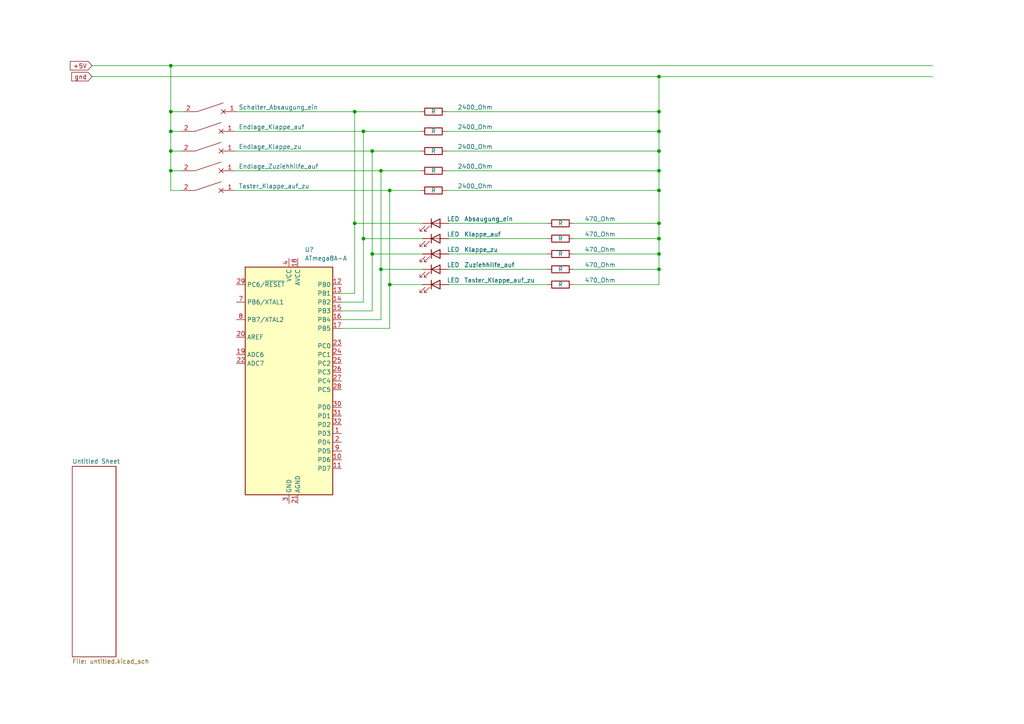
<source format=kicad_sch>
(kicad_sch (version 20211123) (generator eeschema)

  (uuid 2e3c46d2-849b-4cf9-a6d0-7bd20624fd9b)

  (paper "A4")

  (lib_symbols
    (symbol "Device:CircuitBreaker_1P" (in_bom yes) (on_board yes)
      (property "Reference" "CB" (id 0) (at 1.905 0 0)
        (effects (font (size 1.27 1.27)) (justify left))
      )
      (property "Value" "CircuitBreaker_1P" (id 1) (at 1.905 1.905 0)
        (effects (font (size 1.27 1.27)) (justify left))
      )
      (property "Footprint" "" (id 2) (at 0 0 0)
        (effects (font (size 1.27 1.27)) hide)
      )
      (property "Datasheet" "~" (id 3) (at 0 0 0)
        (effects (font (size 1.27 1.27)) hide)
      )
      (property "ki_keywords" "CB" (id 4) (at 0 0 0)
        (effects (font (size 1.27 1.27)) hide)
      )
      (property "ki_description" "Single pole circuit breaker" (id 5) (at 0 0 0)
        (effects (font (size 1.27 1.27)) hide)
      )
      (symbol "CircuitBreaker_1P_0_1"
        (polyline
          (pts
            (xy 0 -5.08)
            (xy 0 -3.81)
          )
          (stroke (width 0) (type default) (color 0 0 0 0))
          (fill (type none))
        )
        (polyline
          (pts
            (xy 0 -3.81)
            (xy -2.54 3.81)
          )
          (stroke (width 0) (type default) (color 0 0 0 0))
          (fill (type none))
        )
      )
      (symbol "CircuitBreaker_1P_1_1"
        (polyline
          (pts
            (xy -0.635 4.445)
            (xy 0.635 3.175)
          )
          (stroke (width 0) (type default) (color 0 0 0 0))
          (fill (type none))
        )
        (polyline
          (pts
            (xy 0 5.08)
            (xy 0 3.81)
          )
          (stroke (width 0) (type default) (color 0 0 0 0))
          (fill (type none))
        )
        (polyline
          (pts
            (xy 0.635 4.445)
            (xy -0.635 3.175)
          )
          (stroke (width 0) (type default) (color 0 0 0 0))
          (fill (type none))
        )
        (pin passive line (at 0 7.62 270) (length 2.54)
          (name "~" (effects (font (size 1.27 1.27))))
          (number "1" (effects (font (size 1.27 1.27))))
        )
        (pin passive line (at 0 -7.62 90) (length 2.54)
          (name "~" (effects (font (size 1.27 1.27))))
          (number "2" (effects (font (size 1.27 1.27))))
        )
      )
    )
    (symbol "Device:LED" (pin_numbers hide) (pin_names (offset 1.016) hide) (in_bom yes) (on_board yes)
      (property "Reference" "D" (id 0) (at 0 2.54 0)
        (effects (font (size 1.27 1.27)))
      )
      (property "Value" "LED" (id 1) (at 0 -2.54 0)
        (effects (font (size 1.27 1.27)))
      )
      (property "Footprint" "" (id 2) (at 0 0 0)
        (effects (font (size 1.27 1.27)) hide)
      )
      (property "Datasheet" "~" (id 3) (at 0 0 0)
        (effects (font (size 1.27 1.27)) hide)
      )
      (property "ki_keywords" "LED diode" (id 4) (at 0 0 0)
        (effects (font (size 1.27 1.27)) hide)
      )
      (property "ki_description" "Light emitting diode" (id 5) (at 0 0 0)
        (effects (font (size 1.27 1.27)) hide)
      )
      (property "ki_fp_filters" "LED* LED_SMD:* LED_THT:*" (id 6) (at 0 0 0)
        (effects (font (size 1.27 1.27)) hide)
      )
      (symbol "LED_0_1"
        (polyline
          (pts
            (xy -1.27 -1.27)
            (xy -1.27 1.27)
          )
          (stroke (width 0.254) (type default) (color 0 0 0 0))
          (fill (type none))
        )
        (polyline
          (pts
            (xy -1.27 0)
            (xy 1.27 0)
          )
          (stroke (width 0) (type default) (color 0 0 0 0))
          (fill (type none))
        )
        (polyline
          (pts
            (xy 1.27 -1.27)
            (xy 1.27 1.27)
            (xy -1.27 0)
            (xy 1.27 -1.27)
          )
          (stroke (width 0.254) (type default) (color 0 0 0 0))
          (fill (type none))
        )
        (polyline
          (pts
            (xy -3.048 -0.762)
            (xy -4.572 -2.286)
            (xy -3.81 -2.286)
            (xy -4.572 -2.286)
            (xy -4.572 -1.524)
          )
          (stroke (width 0) (type default) (color 0 0 0 0))
          (fill (type none))
        )
        (polyline
          (pts
            (xy -1.778 -0.762)
            (xy -3.302 -2.286)
            (xy -2.54 -2.286)
            (xy -3.302 -2.286)
            (xy -3.302 -1.524)
          )
          (stroke (width 0) (type default) (color 0 0 0 0))
          (fill (type none))
        )
      )
      (symbol "LED_1_1"
        (pin passive line (at -3.81 0 0) (length 2.54)
          (name "K" (effects (font (size 1.27 1.27))))
          (number "1" (effects (font (size 1.27 1.27))))
        )
        (pin passive line (at 3.81 0 180) (length 2.54)
          (name "A" (effects (font (size 1.27 1.27))))
          (number "2" (effects (font (size 1.27 1.27))))
        )
      )
    )
    (symbol "Device:R" (pin_numbers hide) (pin_names (offset 0)) (in_bom yes) (on_board yes)
      (property "Reference" "R" (id 0) (at 2.032 0 90)
        (effects (font (size 1.27 1.27)))
      )
      (property "Value" "R" (id 1) (at 0 0 90)
        (effects (font (size 1.27 1.27)))
      )
      (property "Footprint" "" (id 2) (at -1.778 0 90)
        (effects (font (size 1.27 1.27)) hide)
      )
      (property "Datasheet" "~" (id 3) (at 0 0 0)
        (effects (font (size 1.27 1.27)) hide)
      )
      (property "ki_keywords" "R res resistor" (id 4) (at 0 0 0)
        (effects (font (size 1.27 1.27)) hide)
      )
      (property "ki_description" "Resistor" (id 5) (at 0 0 0)
        (effects (font (size 1.27 1.27)) hide)
      )
      (property "ki_fp_filters" "R_*" (id 6) (at 0 0 0)
        (effects (font (size 1.27 1.27)) hide)
      )
      (symbol "R_0_1"
        (rectangle (start -1.016 -2.54) (end 1.016 2.54)
          (stroke (width 0.254) (type default) (color 0 0 0 0))
          (fill (type none))
        )
      )
      (symbol "R_1_1"
        (pin passive line (at 0 3.81 270) (length 1.27)
          (name "~" (effects (font (size 1.27 1.27))))
          (number "1" (effects (font (size 1.27 1.27))))
        )
        (pin passive line (at 0 -3.81 90) (length 1.27)
          (name "~" (effects (font (size 1.27 1.27))))
          (number "2" (effects (font (size 1.27 1.27))))
        )
      )
    )
    (symbol "MCU_Microchip_ATmega:ATmega8A-A" (in_bom yes) (on_board yes)
      (property "Reference" "U" (id 0) (at -12.7 34.29 0)
        (effects (font (size 1.27 1.27)) (justify left bottom))
      )
      (property "Value" "ATmega8A-A" (id 1) (at 5.08 -34.29 0)
        (effects (font (size 1.27 1.27)) (justify left top))
      )
      (property "Footprint" "Package_QFP:TQFP-32_7x7mm_P0.8mm" (id 2) (at 0 0 0)
        (effects (font (size 1.27 1.27) italic) hide)
      )
      (property "Datasheet" "http://ww1.microchip.com/downloads/en/DeviceDoc/Microchip%208bit%20mcu%20AVR%20ATmega8A%20data%20sheet%2040001974A.pdf" (id 3) (at 0 0 0)
        (effects (font (size 1.27 1.27)) hide)
      )
      (property "ki_keywords" "AVR 8bit Microcontroller MegaAVR" (id 4) (at 0 0 0)
        (effects (font (size 1.27 1.27)) hide)
      )
      (property "ki_description" "16MHz, 8kB Flash, 1kB SRAM, 512B EEPROM, TQFP-32" (id 5) (at 0 0 0)
        (effects (font (size 1.27 1.27)) hide)
      )
      (property "ki_fp_filters" "TQFP*7x7mm*P0.8mm*" (id 6) (at 0 0 0)
        (effects (font (size 1.27 1.27)) hide)
      )
      (symbol "ATmega8A-A_0_1"
        (rectangle (start -12.7 -33.02) (end 12.7 33.02)
          (stroke (width 0.254) (type default) (color 0 0 0 0))
          (fill (type background))
        )
      )
      (symbol "ATmega8A-A_1_1"
        (pin bidirectional line (at 15.24 -15.24 180) (length 2.54)
          (name "PD3" (effects (font (size 1.27 1.27))))
          (number "1" (effects (font (size 1.27 1.27))))
        )
        (pin bidirectional line (at 15.24 -22.86 180) (length 2.54)
          (name "PD6" (effects (font (size 1.27 1.27))))
          (number "10" (effects (font (size 1.27 1.27))))
        )
        (pin bidirectional line (at 15.24 -25.4 180) (length 2.54)
          (name "PD7" (effects (font (size 1.27 1.27))))
          (number "11" (effects (font (size 1.27 1.27))))
        )
        (pin bidirectional line (at 15.24 27.94 180) (length 2.54)
          (name "PB0" (effects (font (size 1.27 1.27))))
          (number "12" (effects (font (size 1.27 1.27))))
        )
        (pin bidirectional line (at 15.24 25.4 180) (length 2.54)
          (name "PB1" (effects (font (size 1.27 1.27))))
          (number "13" (effects (font (size 1.27 1.27))))
        )
        (pin bidirectional line (at 15.24 22.86 180) (length 2.54)
          (name "PB2" (effects (font (size 1.27 1.27))))
          (number "14" (effects (font (size 1.27 1.27))))
        )
        (pin bidirectional line (at 15.24 20.32 180) (length 2.54)
          (name "PB3" (effects (font (size 1.27 1.27))))
          (number "15" (effects (font (size 1.27 1.27))))
        )
        (pin bidirectional line (at 15.24 17.78 180) (length 2.54)
          (name "PB4" (effects (font (size 1.27 1.27))))
          (number "16" (effects (font (size 1.27 1.27))))
        )
        (pin bidirectional line (at 15.24 15.24 180) (length 2.54)
          (name "PB5" (effects (font (size 1.27 1.27))))
          (number "17" (effects (font (size 1.27 1.27))))
        )
        (pin power_in line (at 2.54 35.56 270) (length 2.54)
          (name "AVCC" (effects (font (size 1.27 1.27))))
          (number "18" (effects (font (size 1.27 1.27))))
        )
        (pin input line (at -15.24 7.62 0) (length 2.54)
          (name "ADC6" (effects (font (size 1.27 1.27))))
          (number "19" (effects (font (size 1.27 1.27))))
        )
        (pin bidirectional line (at 15.24 -17.78 180) (length 2.54)
          (name "PD4" (effects (font (size 1.27 1.27))))
          (number "2" (effects (font (size 1.27 1.27))))
        )
        (pin passive line (at -15.24 12.7 0) (length 2.54)
          (name "AREF" (effects (font (size 1.27 1.27))))
          (number "20" (effects (font (size 1.27 1.27))))
        )
        (pin power_in line (at 2.54 -35.56 90) (length 2.54)
          (name "AGND" (effects (font (size 1.27 1.27))))
          (number "21" (effects (font (size 1.27 1.27))))
        )
        (pin input line (at -15.24 5.08 0) (length 2.54)
          (name "ADC7" (effects (font (size 1.27 1.27))))
          (number "22" (effects (font (size 1.27 1.27))))
        )
        (pin bidirectional line (at 15.24 10.16 180) (length 2.54)
          (name "PC0" (effects (font (size 1.27 1.27))))
          (number "23" (effects (font (size 1.27 1.27))))
        )
        (pin bidirectional line (at 15.24 7.62 180) (length 2.54)
          (name "PC1" (effects (font (size 1.27 1.27))))
          (number "24" (effects (font (size 1.27 1.27))))
        )
        (pin bidirectional line (at 15.24 5.08 180) (length 2.54)
          (name "PC2" (effects (font (size 1.27 1.27))))
          (number "25" (effects (font (size 1.27 1.27))))
        )
        (pin bidirectional line (at 15.24 2.54 180) (length 2.54)
          (name "PC3" (effects (font (size 1.27 1.27))))
          (number "26" (effects (font (size 1.27 1.27))))
        )
        (pin bidirectional line (at 15.24 0 180) (length 2.54)
          (name "PC4" (effects (font (size 1.27 1.27))))
          (number "27" (effects (font (size 1.27 1.27))))
        )
        (pin bidirectional line (at 15.24 -2.54 180) (length 2.54)
          (name "PC5" (effects (font (size 1.27 1.27))))
          (number "28" (effects (font (size 1.27 1.27))))
        )
        (pin bidirectional line (at -15.24 27.94 0) (length 2.54)
          (name "PC6/~{RESET}" (effects (font (size 1.27 1.27))))
          (number "29" (effects (font (size 1.27 1.27))))
        )
        (pin power_in line (at 0 -35.56 90) (length 2.54)
          (name "GND" (effects (font (size 1.27 1.27))))
          (number "3" (effects (font (size 1.27 1.27))))
        )
        (pin bidirectional line (at 15.24 -7.62 180) (length 2.54)
          (name "PD0" (effects (font (size 1.27 1.27))))
          (number "30" (effects (font (size 1.27 1.27))))
        )
        (pin bidirectional line (at 15.24 -10.16 180) (length 2.54)
          (name "PD1" (effects (font (size 1.27 1.27))))
          (number "31" (effects (font (size 1.27 1.27))))
        )
        (pin bidirectional line (at 15.24 -12.7 180) (length 2.54)
          (name "PD2" (effects (font (size 1.27 1.27))))
          (number "32" (effects (font (size 1.27 1.27))))
        )
        (pin power_in line (at 0 35.56 270) (length 2.54)
          (name "VCC" (effects (font (size 1.27 1.27))))
          (number "4" (effects (font (size 1.27 1.27))))
        )
        (pin passive line (at 0 -35.56 90) (length 2.54) hide
          (name "GND" (effects (font (size 1.27 1.27))))
          (number "5" (effects (font (size 1.27 1.27))))
        )
        (pin passive line (at 0 35.56 270) (length 2.54) hide
          (name "VCC" (effects (font (size 1.27 1.27))))
          (number "6" (effects (font (size 1.27 1.27))))
        )
        (pin bidirectional line (at -15.24 22.86 0) (length 2.54)
          (name "PB6/XTAL1" (effects (font (size 1.27 1.27))))
          (number "7" (effects (font (size 1.27 1.27))))
        )
        (pin bidirectional line (at -15.24 17.78 0) (length 2.54)
          (name "PB7/XTAL2" (effects (font (size 1.27 1.27))))
          (number "8" (effects (font (size 1.27 1.27))))
        )
        (pin bidirectional line (at 15.24 -20.32 180) (length 2.54)
          (name "PD5" (effects (font (size 1.27 1.27))))
          (number "9" (effects (font (size 1.27 1.27))))
        )
      )
    )
  )

  (junction (at 191.135 78.105) (diameter 0) (color 0 0 0 0)
    (uuid 1b653ba2-60e9-413d-b141-e9e4e9b359d6)
  )
  (junction (at 110.49 78.105) (diameter 0) (color 0 0 0 0)
    (uuid 1e1bd1bc-1d34-4a53-b2e6-424dfb99eece)
  )
  (junction (at 49.53 49.53) (diameter 0) (color 0 0 0 0)
    (uuid 22b1af44-c9d5-42bd-84b8-7ed590c90813)
  )
  (junction (at 191.135 49.53) (diameter 0) (color 0 0 0 0)
    (uuid 259998c8-f6f0-4c8e-93fc-0618de1166f7)
  )
  (junction (at 105.41 38.1) (diameter 0) (color 0 0 0 0)
    (uuid 2694807a-c39f-4ab5-bb33-e07c3e693436)
  )
  (junction (at 191.135 73.66) (diameter 0) (color 0 0 0 0)
    (uuid 2f995a12-fd1f-45af-9c3b-dbd6883f0ec2)
  )
  (junction (at 113.03 82.55) (diameter 0) (color 0 0 0 0)
    (uuid 316a551d-0011-4e92-ab8f-604e85b55a68)
  )
  (junction (at 113.03 55.245) (diameter 0) (color 0 0 0 0)
    (uuid 346d9102-cd8b-44be-b93b-d1d2a89757b1)
  )
  (junction (at 49.53 43.815) (diameter 0) (color 0 0 0 0)
    (uuid 3cb021fd-c11c-4c76-abde-54d2eaa9dd07)
  )
  (junction (at 191.135 38.1) (diameter 0) (color 0 0 0 0)
    (uuid 3ed5448a-55d6-43d3-b58a-81647fcbb44a)
  )
  (junction (at 49.53 19.05) (diameter 0) (color 0 0 0 0)
    (uuid 467fd899-a863-4fb7-9b23-5dae1e2160a1)
  )
  (junction (at 110.49 49.53) (diameter 0) (color 0 0 0 0)
    (uuid 48687717-0641-4eba-99a3-56e30897c0df)
  )
  (junction (at 191.135 22.225) (diameter 0) (color 0 0 0 0)
    (uuid 4aa2f759-cf4b-4155-9f24-7c4c26f54e42)
  )
  (junction (at 191.135 55.245) (diameter 0) (color 0 0 0 0)
    (uuid 5863272c-2f13-41b4-bb5f-5658cb6dadd6)
  )
  (junction (at 102.87 32.385) (diameter 0) (color 0 0 0 0)
    (uuid 5ea4cc74-ad20-49fc-85da-2d300500639b)
  )
  (junction (at 105.41 69.215) (diameter 0) (color 0 0 0 0)
    (uuid 69c7648d-4776-452a-8227-002fd1adc82e)
  )
  (junction (at 49.53 32.385) (diameter 0) (color 0 0 0 0)
    (uuid 6a29f826-31b1-4339-bf9a-29f181f87417)
  )
  (junction (at 191.135 69.215) (diameter 0) (color 0 0 0 0)
    (uuid 7c413c64-b714-4006-a870-7a2aa865a5ec)
  )
  (junction (at 49.53 38.1) (diameter 0) (color 0 0 0 0)
    (uuid 80095581-8469-4b19-b5d2-06c3722fafb8)
  )
  (junction (at 102.87 64.77) (diameter 0) (color 0 0 0 0)
    (uuid c66cf63b-d257-4ea1-9038-243e16510e00)
  )
  (junction (at 191.135 32.385) (diameter 0) (color 0 0 0 0)
    (uuid c7501ec1-9d29-43ad-a1cf-b02f4ca0e48c)
  )
  (junction (at 191.135 64.77) (diameter 0) (color 0 0 0 0)
    (uuid d1214933-fa36-4a7c-b49b-2b397a78b357)
  )
  (junction (at 191.135 43.815) (diameter 0) (color 0 0 0 0)
    (uuid e7844bdc-2ee6-44cc-9f20-692c2620b133)
  )
  (junction (at 107.95 43.815) (diameter 0) (color 0 0 0 0)
    (uuid ee48db07-1425-41e0-be84-b9e2d4abc785)
  )
  (junction (at 107.95 73.66) (diameter 0) (color 0 0 0 0)
    (uuid fc2a1252-608d-4d44-85fa-8452e18263b1)
  )

  (wire (pts (xy 110.49 49.53) (xy 110.49 78.105))
    (stroke (width 0) (type default) (color 0 0 0 0))
    (uuid 013e081e-f381-4dad-9fd9-f5544ea89cd7)
  )
  (wire (pts (xy 99.06 85.09) (xy 102.87 85.09))
    (stroke (width 0) (type default) (color 0 0 0 0))
    (uuid 03ec5896-c269-44dc-a238-3fa1afaac728)
  )
  (wire (pts (xy 49.53 43.815) (xy 52.705 43.815))
    (stroke (width 0) (type default) (color 0 0 0 0))
    (uuid 08cbb4b9-19de-4765-b54a-e339679dbe44)
  )
  (wire (pts (xy 130.175 73.66) (xy 158.75 73.66))
    (stroke (width 0) (type default) (color 0 0 0 0))
    (uuid 10bee229-2331-46f0-b20c-c58e54fd5d41)
  )
  (wire (pts (xy 191.135 64.77) (xy 191.135 55.245))
    (stroke (width 0) (type default) (color 0 0 0 0))
    (uuid 13421e95-cbdf-48c2-8510-e9f2f89f72cb)
  )
  (wire (pts (xy 68.58 32.385) (xy 102.87 32.385))
    (stroke (width 0) (type default) (color 0 0 0 0))
    (uuid 175bc453-4ffa-4e57-bcf4-7ef1998628fc)
  )
  (wire (pts (xy 129.54 38.1) (xy 191.135 38.1))
    (stroke (width 0) (type default) (color 0 0 0 0))
    (uuid 1a52bb56-9972-4a1d-9ffe-c1eb76c9e4f5)
  )
  (wire (pts (xy 107.95 73.66) (xy 122.555 73.66))
    (stroke (width 0) (type default) (color 0 0 0 0))
    (uuid 2000a0d6-4741-4f47-b825-bafe27cc67d3)
  )
  (wire (pts (xy 49.53 19.05) (xy 270.51 19.05))
    (stroke (width 0) (type default) (color 0 0 0 0))
    (uuid 207fa72b-aece-42e4-afa9-43448804cd06)
  )
  (wire (pts (xy 129.54 43.815) (xy 191.135 43.815))
    (stroke (width 0) (type default) (color 0 0 0 0))
    (uuid 2e4e4c92-c94f-4426-a0a5-f0e66dfd8b2b)
  )
  (wire (pts (xy 110.49 49.53) (xy 121.92 49.53))
    (stroke (width 0) (type default) (color 0 0 0 0))
    (uuid 2f955b17-2f94-4b0d-ba9c-b6af6128ff70)
  )
  (wire (pts (xy 113.03 55.245) (xy 121.92 55.245))
    (stroke (width 0) (type default) (color 0 0 0 0))
    (uuid 32ad305b-6545-40b3-9d51-0a656b1f7bd8)
  )
  (wire (pts (xy 130.175 64.77) (xy 158.75 64.77))
    (stroke (width 0) (type default) (color 0 0 0 0))
    (uuid 32e99e47-574c-4aff-af49-7f6e4e1d06c3)
  )
  (wire (pts (xy 166.37 78.105) (xy 191.135 78.105))
    (stroke (width 0) (type default) (color 0 0 0 0))
    (uuid 341495cb-3818-4ae9-91cf-e13ddbd6401d)
  )
  (wire (pts (xy 26.67 19.05) (xy 49.53 19.05))
    (stroke (width 0) (type default) (color 0 0 0 0))
    (uuid 37863020-e9f5-4124-9dbd-d3a4f08e4855)
  )
  (wire (pts (xy 105.41 69.215) (xy 105.41 87.63))
    (stroke (width 0) (type default) (color 0 0 0 0))
    (uuid 37da89e5-6f78-4c54-99c3-71c490b66e22)
  )
  (wire (pts (xy 191.135 82.55) (xy 191.135 78.105))
    (stroke (width 0) (type default) (color 0 0 0 0))
    (uuid 39fea764-22f3-4403-a229-61c2ca085147)
  )
  (wire (pts (xy 191.135 78.105) (xy 191.135 73.66))
    (stroke (width 0) (type default) (color 0 0 0 0))
    (uuid 3c4bf880-be7c-4a1b-b0e8-1f9acd72f54b)
  )
  (wire (pts (xy 191.135 43.815) (xy 191.135 49.53))
    (stroke (width 0) (type default) (color 0 0 0 0))
    (uuid 47339a0f-016a-4af4-8a57-e5ec46572dc9)
  )
  (wire (pts (xy 49.53 38.1) (xy 52.705 38.1))
    (stroke (width 0) (type default) (color 0 0 0 0))
    (uuid 51ec207c-048f-4637-ba71-c4d4cfa4158f)
  )
  (wire (pts (xy 129.54 32.385) (xy 191.135 32.385))
    (stroke (width 0) (type default) (color 0 0 0 0))
    (uuid 55dfc36b-ed9f-428c-ae64-3e68c7a0d2e7)
  )
  (wire (pts (xy 49.53 32.385) (xy 49.53 38.1))
    (stroke (width 0) (type default) (color 0 0 0 0))
    (uuid 5885854d-bf9c-4dca-b574-e5afc8dc47e4)
  )
  (wire (pts (xy 122.555 78.105) (xy 110.49 78.105))
    (stroke (width 0) (type default) (color 0 0 0 0))
    (uuid 59f02ce8-809e-40c5-bf99-26824a6918a7)
  )
  (wire (pts (xy 53.34 32.385) (xy 49.53 32.385))
    (stroke (width 0) (type default) (color 0 0 0 0))
    (uuid 5a8074f7-6308-4010-a689-c2841fcda79c)
  )
  (wire (pts (xy 102.87 64.77) (xy 102.87 85.09))
    (stroke (width 0) (type default) (color 0 0 0 0))
    (uuid 65ffdf1c-e5f4-45be-a818-4c62da23bd3c)
  )
  (wire (pts (xy 130.175 78.105) (xy 158.75 78.105))
    (stroke (width 0) (type default) (color 0 0 0 0))
    (uuid 69e74d73-c3dd-426f-9632-6a84e0bcd757)
  )
  (wire (pts (xy 52.705 55.245) (xy 49.53 55.245))
    (stroke (width 0) (type default) (color 0 0 0 0))
    (uuid 7056ece4-3eb1-4e3a-80f4-5d8411478f27)
  )
  (wire (pts (xy 52.705 49.53) (xy 49.53 49.53))
    (stroke (width 0) (type default) (color 0 0 0 0))
    (uuid 7297ebf7-e75c-48b9-92de-91f238e0ed3a)
  )
  (wire (pts (xy 166.37 82.55) (xy 191.135 82.55))
    (stroke (width 0) (type default) (color 0 0 0 0))
    (uuid 746ab798-e5e1-41b7-afbf-dbbc3e5c5726)
  )
  (wire (pts (xy 130.175 69.215) (xy 158.75 69.215))
    (stroke (width 0) (type default) (color 0 0 0 0))
    (uuid 748c981d-4640-4f73-bdc1-645d15ba69d4)
  )
  (wire (pts (xy 107.95 43.815) (xy 121.92 43.815))
    (stroke (width 0) (type default) (color 0 0 0 0))
    (uuid 7543165e-d108-4b83-ba87-c346c17a7628)
  )
  (wire (pts (xy 113.03 82.55) (xy 113.03 95.25))
    (stroke (width 0) (type default) (color 0 0 0 0))
    (uuid 7845bbef-f61f-4ca1-964e-139b21ae1200)
  )
  (wire (pts (xy 191.135 32.385) (xy 191.135 38.1))
    (stroke (width 0) (type default) (color 0 0 0 0))
    (uuid 7a2369f4-0560-4710-9a85-ea77de28d6cd)
  )
  (wire (pts (xy 166.37 64.77) (xy 191.135 64.77))
    (stroke (width 0) (type default) (color 0 0 0 0))
    (uuid 7ad48252-d38f-4675-a0cb-71914be5fdec)
  )
  (wire (pts (xy 113.03 55.245) (xy 113.03 82.55))
    (stroke (width 0) (type default) (color 0 0 0 0))
    (uuid 7af97432-fca9-4de9-923d-2843446db414)
  )
  (wire (pts (xy 99.06 92.71) (xy 110.49 92.71))
    (stroke (width 0) (type default) (color 0 0 0 0))
    (uuid 7f886800-f7e2-4994-b406-63372642c667)
  )
  (wire (pts (xy 49.53 38.1) (xy 49.53 43.815))
    (stroke (width 0) (type default) (color 0 0 0 0))
    (uuid 810472dd-99da-4541-87c0-725f152a1966)
  )
  (wire (pts (xy 110.49 78.105) (xy 110.49 92.71))
    (stroke (width 0) (type default) (color 0 0 0 0))
    (uuid 838f8e7b-0dc4-4c70-8979-c768fe73a1c9)
  )
  (wire (pts (xy 67.945 55.245) (xy 113.03 55.245))
    (stroke (width 0) (type default) (color 0 0 0 0))
    (uuid 86114ee1-fb8c-4a6b-9d0a-c84e27e59bdf)
  )
  (wire (pts (xy 158.75 82.55) (xy 130.175 82.55))
    (stroke (width 0) (type default) (color 0 0 0 0))
    (uuid 8a61bd3f-06a1-4573-acf0-8c12b31eafc4)
  )
  (wire (pts (xy 99.06 90.17) (xy 107.95 90.17))
    (stroke (width 0) (type default) (color 0 0 0 0))
    (uuid 8bcab1fc-e32f-4477-b9a1-35c237b95779)
  )
  (wire (pts (xy 191.135 22.225) (xy 270.51 22.225))
    (stroke (width 0) (type default) (color 0 0 0 0))
    (uuid 8deaa17a-5c57-43e0-a3ea-8f4add71ef01)
  )
  (wire (pts (xy 191.135 32.385) (xy 191.135 22.225))
    (stroke (width 0) (type default) (color 0 0 0 0))
    (uuid 902f6a25-80ab-4f75-a1c5-cd4252f28ab6)
  )
  (wire (pts (xy 26.67 22.225) (xy 191.135 22.225))
    (stroke (width 0) (type default) (color 0 0 0 0))
    (uuid 98fdcee3-8ab8-49c4-a529-c4b2dbbfae66)
  )
  (wire (pts (xy 191.135 38.1) (xy 191.135 43.815))
    (stroke (width 0) (type default) (color 0 0 0 0))
    (uuid 9eafd309-4a71-4f23-9001-74e9ccfb9e0f)
  )
  (wire (pts (xy 105.41 38.1) (xy 105.41 69.215))
    (stroke (width 0) (type default) (color 0 0 0 0))
    (uuid a38f4aff-6fad-421b-a161-0867c92d233a)
  )
  (wire (pts (xy 122.555 69.215) (xy 105.41 69.215))
    (stroke (width 0) (type default) (color 0 0 0 0))
    (uuid a85de3d1-bc56-4c1f-8c5c-0b34c9488fe1)
  )
  (wire (pts (xy 129.54 49.53) (xy 191.135 49.53))
    (stroke (width 0) (type default) (color 0 0 0 0))
    (uuid a9042edb-46df-4928-8547-4fd0d2cbd727)
  )
  (wire (pts (xy 67.945 38.1) (xy 105.41 38.1))
    (stroke (width 0) (type default) (color 0 0 0 0))
    (uuid a969a6a3-134e-4f68-845b-32ace003bf07)
  )
  (wire (pts (xy 107.95 73.66) (xy 107.95 43.815))
    (stroke (width 0) (type default) (color 0 0 0 0))
    (uuid afd7cc6f-3455-4bd7-a2f3-63b12b7a1949)
  )
  (wire (pts (xy 49.53 55.245) (xy 49.53 49.53))
    (stroke (width 0) (type default) (color 0 0 0 0))
    (uuid b2027628-a796-409c-9d15-5a5c01819611)
  )
  (wire (pts (xy 122.555 64.77) (xy 102.87 64.77))
    (stroke (width 0) (type default) (color 0 0 0 0))
    (uuid b3df6cec-9d35-446f-954c-9a48a379c5fb)
  )
  (wire (pts (xy 99.06 87.63) (xy 105.41 87.63))
    (stroke (width 0) (type default) (color 0 0 0 0))
    (uuid b8a25c53-439a-4eb6-ac5d-d7d68ca1c5aa)
  )
  (wire (pts (xy 49.53 49.53) (xy 49.53 43.815))
    (stroke (width 0) (type default) (color 0 0 0 0))
    (uuid b993b651-4a11-445d-89be-238ded087408)
  )
  (wire (pts (xy 102.87 32.385) (xy 121.92 32.385))
    (stroke (width 0) (type default) (color 0 0 0 0))
    (uuid bba467f7-f9cc-42b2-bc8b-9fa87239898f)
  )
  (wire (pts (xy 49.53 19.05) (xy 49.53 32.385))
    (stroke (width 0) (type default) (color 0 0 0 0))
    (uuid c03b5687-dcdf-47d3-8750-86804381d8fc)
  )
  (wire (pts (xy 129.54 55.245) (xy 191.135 55.245))
    (stroke (width 0) (type default) (color 0 0 0 0))
    (uuid c699f4f5-6bd9-46bc-ad5c-eaae1cb5c794)
  )
  (wire (pts (xy 67.945 43.815) (xy 107.95 43.815))
    (stroke (width 0) (type default) (color 0 0 0 0))
    (uuid ca5a3dcc-83dd-4aea-97db-35676fa01623)
  )
  (wire (pts (xy 113.03 82.55) (xy 122.555 82.55))
    (stroke (width 0) (type default) (color 0 0 0 0))
    (uuid cd91c1f2-5937-46d3-af76-69c2bd61a060)
  )
  (wire (pts (xy 107.95 73.66) (xy 107.95 90.17))
    (stroke (width 0) (type default) (color 0 0 0 0))
    (uuid cdcb8588-ad20-4acd-8b26-d6519d7efa8d)
  )
  (wire (pts (xy 166.37 73.66) (xy 191.135 73.66))
    (stroke (width 0) (type default) (color 0 0 0 0))
    (uuid e317f65c-5eb4-4669-8a68-219bcd87909b)
  )
  (wire (pts (xy 113.03 95.25) (xy 99.06 95.25))
    (stroke (width 0) (type default) (color 0 0 0 0))
    (uuid e44b2491-39e3-47ec-a766-91ea82e4da27)
  )
  (wire (pts (xy 102.87 32.385) (xy 102.87 64.77))
    (stroke (width 0) (type default) (color 0 0 0 0))
    (uuid e55ace68-edcd-4b05-9d2d-6b6ec5083d41)
  )
  (wire (pts (xy 166.37 69.215) (xy 191.135 69.215))
    (stroke (width 0) (type default) (color 0 0 0 0))
    (uuid e72fb93f-d328-47f1-b59a-355b3f1800ab)
  )
  (wire (pts (xy 191.135 69.215) (xy 191.135 64.77))
    (stroke (width 0) (type default) (color 0 0 0 0))
    (uuid e97eec22-0778-4b14-81bc-860bd91e55e0)
  )
  (wire (pts (xy 191.135 49.53) (xy 191.135 55.245))
    (stroke (width 0) (type default) (color 0 0 0 0))
    (uuid ea84b651-e72f-49e2-ab79-f406ec63c82b)
  )
  (wire (pts (xy 67.945 49.53) (xy 110.49 49.53))
    (stroke (width 0) (type default) (color 0 0 0 0))
    (uuid ec68a580-9ae4-4713-be8c-d3e744a01385)
  )
  (wire (pts (xy 105.41 38.1) (xy 121.92 38.1))
    (stroke (width 0) (type default) (color 0 0 0 0))
    (uuid f7683716-4d3c-45cf-a7d4-685991e2a140)
  )
  (wire (pts (xy 191.135 73.66) (xy 191.135 69.215))
    (stroke (width 0) (type default) (color 0 0 0 0))
    (uuid f99fa81f-bd3d-4945-a788-597578c19529)
  )

  (global_label "+5V" (shape input) (at 26.67 19.05 180) (fields_autoplaced)
    (effects (font (size 1.27 1.27)) (justify right))
    (uuid 1c63c8c0-f8db-45da-bec0-9815687153a7)
    (property "Intersheet References" "${INTERSHEET_REFS}" (id 0) (at 20.3864 18.9706 0)
      (effects (font (size 1.27 1.27)) (justify right) hide)
    )
  )
  (global_label "gnd" (shape input) (at 26.67 22.225 180) (fields_autoplaced)
    (effects (font (size 1.27 1.27)) (justify right))
    (uuid c064e0a6-370b-4a40-8573-f06b4c588708)
    (property "Intersheet References" "${INTERSHEET_REFS}" (id 0) (at 20.8098 22.1456 0)
      (effects (font (size 1.27 1.27)) (justify right) hide)
    )
  )

  (symbol (lib_id "Device:LED") (at 126.365 73.66 0) (unit 1)
    (in_bom yes) (on_board yes)
    (uuid 06c354d5-3a7d-4d26-9bc4-ee71bd895267)
    (property "Reference" "Klappe_zu" (id 0) (at 134.62 72.39 0)
      (effects (font (size 1.27 1.27)) (justify left))
    )
    (property "Value" "LED" (id 1) (at 131.445 72.39 0))
    (property "Footprint" "" (id 2) (at 126.365 73.66 0)
      (effects (font (size 1.27 1.27)) hide)
    )
    (property "Datasheet" "~" (id 3) (at 126.365 73.66 0)
      (effects (font (size 1.27 1.27)) hide)
    )
    (pin "1" (uuid 35386038-92dd-4ca9-a701-017e8de95cb1))
    (pin "2" (uuid 2880a28f-e06f-46a3-934f-597bc2c680ab))
  )

  (symbol (lib_id "Device:R") (at 162.56 78.105 270) (unit 1)
    (in_bom yes) (on_board yes)
    (uuid 19d2a1c2-a88e-45af-ae4b-90632445d1cd)
    (property "Reference" "470_Ohm" (id 0) (at 169.545 76.835 90)
      (effects (font (size 1.27 1.27)) (justify left))
    )
    (property "Value" "R" (id 1) (at 162.56 78.105 90))
    (property "Footprint" "" (id 2) (at 162.56 76.327 90)
      (effects (font (size 1.27 1.27)) hide)
    )
    (property "Datasheet" "~" (id 3) (at 162.56 78.105 0)
      (effects (font (size 1.27 1.27)) hide)
    )
    (pin "1" (uuid 0c9923d2-d946-41d1-9eb9-1777eedc0a47))
    (pin "2" (uuid fa904398-23bf-401f-b1ce-09d1d8bf80eb))
  )

  (symbol (lib_id "Device:CircuitBreaker_1P") (at 60.325 43.815 270) (unit 1)
    (in_bom yes) (on_board yes)
    (uuid 357e57d6-2ef0-4ca9-a325-e1aeacd8ec1f)
    (property "Reference" "CB?" (id 0) (at 89.535 42.545 90)
      (effects (font (size 1.27 1.27)) hide)
    )
    (property "Value" "Endlage_Klappe_zu" (id 1) (at 69.215 42.545 90)
      (effects (font (size 1.27 1.27)) (justify left))
    )
    (property "Footprint" "" (id 2) (at 60.325 43.815 0)
      (effects (font (size 1.27 1.27)) hide)
    )
    (property "Datasheet" "~" (id 3) (at 60.325 43.815 0)
      (effects (font (size 1.27 1.27)) hide)
    )
    (pin "1" (uuid b9adf9a0-54b7-4518-9e8d-0bee3624413b))
    (pin "2" (uuid edcd3a4c-f0c1-4179-8377-20b554278003))
  )

  (symbol (lib_id "Device:CircuitBreaker_1P") (at 60.325 55.245 270) (unit 1)
    (in_bom yes) (on_board yes)
    (uuid 3b09e01f-da95-444c-8acc-0580918e0a9d)
    (property "Reference" "CB?" (id 0) (at 89.535 53.975 90)
      (effects (font (size 1.27 1.27)) hide)
    )
    (property "Value" "Taster_Klappe_auf_zu" (id 1) (at 69.215 53.975 90)
      (effects (font (size 1.27 1.27)) (justify left))
    )
    (property "Footprint" "" (id 2) (at 60.325 55.245 0)
      (effects (font (size 1.27 1.27)) hide)
    )
    (property "Datasheet" "~" (id 3) (at 60.325 55.245 0)
      (effects (font (size 1.27 1.27)) hide)
    )
    (pin "1" (uuid aeeab4cc-283b-4a8f-987f-1352c62ff62c))
    (pin "2" (uuid c221200f-539d-4738-87c9-64550a8b6dc4))
  )

  (symbol (lib_id "Device:R") (at 125.73 43.815 270) (unit 1)
    (in_bom yes) (on_board yes)
    (uuid 40fddda0-cacc-48f1-aafb-8ffd0255d0c3)
    (property "Reference" "2400_Ohm" (id 0) (at 132.715 42.545 90)
      (effects (font (size 1.27 1.27)) (justify left))
    )
    (property "Value" "R" (id 1) (at 125.73 43.815 90))
    (property "Footprint" "" (id 2) (at 125.73 42.037 90)
      (effects (font (size 1.27 1.27)) hide)
    )
    (property "Datasheet" "~" (id 3) (at 125.73 43.815 0)
      (effects (font (size 1.27 1.27)) hide)
    )
    (pin "1" (uuid a2f0ba76-f501-4263-9cf6-4ab7c0b802c7))
    (pin "2" (uuid cf02b9c6-96f9-4054-be46-620cfd90b112))
  )

  (symbol (lib_id "Device:LED") (at 126.365 64.77 0) (unit 1)
    (in_bom yes) (on_board yes)
    (uuid 4eb8f070-8c22-428f-8e58-d11a8018396b)
    (property "Reference" "Absaugung_ein" (id 0) (at 134.62 63.5 0)
      (effects (font (size 1.27 1.27)) (justify left))
    )
    (property "Value" "LED" (id 1) (at 131.445 63.5 0))
    (property "Footprint" "" (id 2) (at 126.365 64.77 0)
      (effects (font (size 1.27 1.27)) hide)
    )
    (property "Datasheet" "~" (id 3) (at 126.365 64.77 0)
      (effects (font (size 1.27 1.27)) hide)
    )
    (pin "1" (uuid 83d69408-f143-4625-97ae-97a277479ffc))
    (pin "2" (uuid 249d1fd2-3cb8-499c-85fa-fe9c0fd340c8))
  )

  (symbol (lib_id "Device:LED") (at 126.365 82.55 0) (unit 1)
    (in_bom yes) (on_board yes)
    (uuid 5c11d87f-ce18-4741-bdfb-e0f7518b855b)
    (property "Reference" "Taster_Klappe_auf_zu" (id 0) (at 134.62 81.28 0)
      (effects (font (size 1.27 1.27)) (justify left))
    )
    (property "Value" "LED" (id 1) (at 131.445 81.28 0))
    (property "Footprint" "" (id 2) (at 126.365 82.55 0)
      (effects (font (size 1.27 1.27)) hide)
    )
    (property "Datasheet" "~" (id 3) (at 126.365 82.55 0)
      (effects (font (size 1.27 1.27)) hide)
    )
    (pin "1" (uuid efd9a035-fe92-4e61-b6a2-20163cedb648))
    (pin "2" (uuid 525b32c4-3696-49a2-a33b-698282241c0a))
  )

  (symbol (lib_id "Device:LED") (at 126.365 78.105 0) (unit 1)
    (in_bom yes) (on_board yes)
    (uuid 638a2a7f-75f8-492c-bcf0-ff1081e1077a)
    (property "Reference" "Zuziehhilfe_auf" (id 0) (at 134.62 76.835 0)
      (effects (font (size 1.27 1.27)) (justify left))
    )
    (property "Value" "LED" (id 1) (at 131.445 76.835 0))
    (property "Footprint" "" (id 2) (at 126.365 78.105 0)
      (effects (font (size 1.27 1.27)) hide)
    )
    (property "Datasheet" "~" (id 3) (at 126.365 78.105 0)
      (effects (font (size 1.27 1.27)) hide)
    )
    (pin "1" (uuid 1f352d8b-00bb-487d-8d05-baac31213b00))
    (pin "2" (uuid 0ab83b1e-d26d-4418-8854-ca9877c65924))
  )

  (symbol (lib_id "Device:R") (at 162.56 82.55 270) (unit 1)
    (in_bom yes) (on_board yes)
    (uuid 66ca7aea-aa82-43ec-bf54-f61358edb999)
    (property "Reference" "470_Ohm" (id 0) (at 169.545 81.28 90)
      (effects (font (size 1.27 1.27)) (justify left))
    )
    (property "Value" "R" (id 1) (at 162.56 82.55 90))
    (property "Footprint" "" (id 2) (at 162.56 80.772 90)
      (effects (font (size 1.27 1.27)) hide)
    )
    (property "Datasheet" "~" (id 3) (at 162.56 82.55 0)
      (effects (font (size 1.27 1.27)) hide)
    )
    (pin "1" (uuid 47072405-8738-4c73-ae5f-2aa0c582cb64))
    (pin "2" (uuid d1e32bdf-58b2-4054-b9a4-8104cf0c00d6))
  )

  (symbol (lib_id "Device:R") (at 162.56 69.215 270) (unit 1)
    (in_bom yes) (on_board yes)
    (uuid 6bcec430-f53c-484d-a443-8dcef5686d2d)
    (property "Reference" "470_Ohm" (id 0) (at 169.545 67.945 90)
      (effects (font (size 1.27 1.27)) (justify left))
    )
    (property "Value" "R" (id 1) (at 162.56 69.215 90))
    (property "Footprint" "" (id 2) (at 162.56 67.437 90)
      (effects (font (size 1.27 1.27)) hide)
    )
    (property "Datasheet" "~" (id 3) (at 162.56 69.215 0)
      (effects (font (size 1.27 1.27)) hide)
    )
    (pin "1" (uuid a579acc8-effa-4577-b069-7dac818f5fa9))
    (pin "2" (uuid f54ffb9e-fb75-416d-a85a-5b0d6e55ed35))
  )

  (symbol (lib_id "Device:CircuitBreaker_1P") (at 60.96 32.385 270) (unit 1)
    (in_bom yes) (on_board yes)
    (uuid 79d0b212-735c-47e5-b58b-743b5980c4f5)
    (property "Reference" "keine?" (id 0) (at 90.17 31.115 90)
      (effects (font (size 1.27 1.27)) hide)
    )
    (property "Value" "Schalter_Absaugung_ein" (id 1) (at 69.215 31.115 90)
      (effects (font (size 1.27 1.27)) (justify left))
    )
    (property "Footprint" "" (id 2) (at 60.96 32.385 0)
      (effects (font (size 1.27 1.27)) hide)
    )
    (property "Datasheet" "~" (id 3) (at 60.96 32.385 0)
      (effects (font (size 1.27 1.27)) hide)
    )
    (pin "1" (uuid 9b528372-6cf4-4c23-bd93-197cd3fa37d1))
    (pin "2" (uuid 3c421b2f-610b-4c91-a596-a033bee31306))
  )

  (symbol (lib_id "Device:R") (at 125.73 38.1 270) (unit 1)
    (in_bom yes) (on_board yes)
    (uuid 83dbf0ca-7290-46e4-be70-2c1ce8249c5e)
    (property "Reference" "2400_Ohm" (id 0) (at 132.715 36.83 90)
      (effects (font (size 1.27 1.27)) (justify left))
    )
    (property "Value" "R" (id 1) (at 125.73 38.1 90))
    (property "Footprint" "" (id 2) (at 125.73 36.322 90)
      (effects (font (size 1.27 1.27)) hide)
    )
    (property "Datasheet" "~" (id 3) (at 125.73 38.1 0)
      (effects (font (size 1.27 1.27)) hide)
    )
    (pin "1" (uuid 2c08ece0-c0a1-4170-9539-d4745a72cb10))
    (pin "2" (uuid 0b6926e9-adc0-4dd8-80c4-17dd506c9d8b))
  )

  (symbol (lib_id "Device:LED") (at 126.365 69.215 0) (unit 1)
    (in_bom yes) (on_board yes)
    (uuid 985261da-938f-4e7d-bdf0-5225d302ca6b)
    (property "Reference" "Klappe_auf" (id 0) (at 134.62 67.945 0)
      (effects (font (size 1.27 1.27)) (justify left))
    )
    (property "Value" "LED" (id 1) (at 131.445 67.945 0))
    (property "Footprint" "" (id 2) (at 126.365 69.215 0)
      (effects (font (size 1.27 1.27)) hide)
    )
    (property "Datasheet" "~" (id 3) (at 126.365 69.215 0)
      (effects (font (size 1.27 1.27)) hide)
    )
    (pin "1" (uuid 4de68507-b8ce-4b26-bc06-2adefaf78005))
    (pin "2" (uuid 7f2f6be9-5d68-4d6a-8386-4d1ea8dd4540))
  )

  (symbol (lib_id "Device:R") (at 162.56 73.66 270) (unit 1)
    (in_bom yes) (on_board yes)
    (uuid 9c33f61d-f52a-4e5d-82ad-30478042ba25)
    (property "Reference" "470_Ohm" (id 0) (at 169.545 72.39 90)
      (effects (font (size 1.27 1.27)) (justify left))
    )
    (property "Value" "R" (id 1) (at 162.56 73.66 90))
    (property "Footprint" "" (id 2) (at 162.56 71.882 90)
      (effects (font (size 1.27 1.27)) hide)
    )
    (property "Datasheet" "~" (id 3) (at 162.56 73.66 0)
      (effects (font (size 1.27 1.27)) hide)
    )
    (pin "1" (uuid 415a8a1c-3984-4abd-8426-3a8c78eee413))
    (pin "2" (uuid fb553658-dc6d-40f4-817c-14f420735aee))
  )

  (symbol (lib_id "Device:R") (at 162.56 64.77 270) (unit 1)
    (in_bom yes) (on_board yes)
    (uuid 9c6dfd64-83cd-40e0-a3ce-13b0d6266145)
    (property "Reference" "470_Ohm" (id 0) (at 169.545 63.5 90)
      (effects (font (size 1.27 1.27)) (justify left))
    )
    (property "Value" "R" (id 1) (at 162.56 64.77 90))
    (property "Footprint" "" (id 2) (at 162.56 62.992 90)
      (effects (font (size 1.27 1.27)) hide)
    )
    (property "Datasheet" "~" (id 3) (at 162.56 64.77 0)
      (effects (font (size 1.27 1.27)) hide)
    )
    (pin "1" (uuid b7b1c3a7-c1c2-4bdc-abad-e951c49db620))
    (pin "2" (uuid d4fa532e-cbcc-4426-b921-5d651e5fd3f0))
  )

  (symbol (lib_id "MCU_Microchip_ATmega:ATmega8A-A") (at 83.82 110.49 0) (unit 1)
    (in_bom yes) (on_board yes) (fields_autoplaced)
    (uuid c57c43f4-b732-4cab-b260-1616ff8c38fd)
    (property "Reference" "U?" (id 0) (at 88.3794 72.39 0)
      (effects (font (size 1.27 1.27)) (justify left))
    )
    (property "Value" "ATmega8A-A" (id 1) (at 88.3794 74.93 0)
      (effects (font (size 1.27 1.27)) (justify left))
    )
    (property "Footprint" "Package_QFP:TQFP-32_7x7mm_P0.8mm" (id 2) (at 83.82 110.49 0)
      (effects (font (size 1.27 1.27) italic) hide)
    )
    (property "Datasheet" "http://ww1.microchip.com/downloads/en/DeviceDoc/Microchip%208bit%20mcu%20AVR%20ATmega8A%20data%20sheet%2040001974A.pdf" (id 3) (at 83.82 110.49 0)
      (effects (font (size 1.27 1.27)) hide)
    )
    (pin "1" (uuid a646e26c-ff19-4783-bcc8-77a0963858b1))
    (pin "10" (uuid fd84e7c5-653e-4935-96e5-f47afb988ad6))
    (pin "11" (uuid 99bd0874-6ba7-46ff-a5ba-c297eb683269))
    (pin "12" (uuid 18d72ac5-fe5c-497c-9402-3b84710ecc3b))
    (pin "13" (uuid faafaf01-b048-4117-abd6-1ecff8b164dc))
    (pin "14" (uuid b45e8a4b-90b4-43bc-a044-d5ee5be6256b))
    (pin "15" (uuid f7f07e65-c9a8-412b-bcd7-87e987a92542))
    (pin "16" (uuid dccecfcb-0281-4f41-92ba-efb5524b8028))
    (pin "17" (uuid 72ccb66b-4403-4625-90a3-a1c6900d8620))
    (pin "18" (uuid 8e7102b6-b540-4e0a-ba80-6c2c2f760c41))
    (pin "19" (uuid 54072c0e-dd37-480d-8a03-37c9f7653218))
    (pin "2" (uuid 8d4b494f-06af-4515-8097-2c6c96c4fa08))
    (pin "20" (uuid 3b4769c5-4951-4c18-8948-8c375e6a4f63))
    (pin "21" (uuid 5b52feb0-05e6-44fa-96cf-7db8df52d4c5))
    (pin "22" (uuid 2b247494-c814-48b5-bef2-585f97c364e1))
    (pin "23" (uuid 245f9de3-0a12-491a-ab53-d3ecf838a606))
    (pin "24" (uuid c45ed8c5-7883-4a90-b428-ec7f966dd51e))
    (pin "25" (uuid de31517d-3f6d-493c-a821-9391fb517002))
    (pin "26" (uuid eaedaf62-e337-4ffc-9c80-c6ba76dabb20))
    (pin "27" (uuid b4aaeced-f5db-4daa-b4e9-39b1f5085e92))
    (pin "28" (uuid 0dafbbdd-032a-475c-a18f-f50695b71279))
    (pin "29" (uuid 190be73c-d96b-4c1b-b84f-cf0c0c7a8067))
    (pin "3" (uuid 326a69e7-28b0-4352-ae01-989b5c1afbc7))
    (pin "30" (uuid 60a15c24-9bb3-4fb7-890e-2c655dbf4e55))
    (pin "31" (uuid 28f4d8f9-ab7c-4081-90f0-11b656100e01))
    (pin "32" (uuid 060c100d-9921-4fe7-83d2-069ac3029129))
    (pin "4" (uuid 13c43a77-959d-4408-ae79-9e3be9e28816))
    (pin "5" (uuid 98d2c7e8-091e-4ed4-b153-3fe4d0638519))
    (pin "6" (uuid d064f920-0bc0-4d0c-b439-0d2e3cf7ba09))
    (pin "7" (uuid cf6b7514-ea5c-4b56-a342-510dff71694d))
    (pin "8" (uuid 876678a3-e7d7-4c28-8c19-e8561d4ac389))
    (pin "9" (uuid 184eb57d-2143-4ee7-836a-c3a89d89faac))
  )

  (symbol (lib_id "Device:R") (at 125.73 55.245 270) (unit 1)
    (in_bom yes) (on_board yes)
    (uuid da84b6be-dcd7-4087-9958-e269c4e5f8be)
    (property "Reference" "2400_Ohm" (id 0) (at 132.715 53.975 90)
      (effects (font (size 1.27 1.27)) (justify left))
    )
    (property "Value" "R" (id 1) (at 125.73 55.245 90))
    (property "Footprint" "" (id 2) (at 125.73 53.467 90)
      (effects (font (size 1.27 1.27)) hide)
    )
    (property "Datasheet" "~" (id 3) (at 125.73 55.245 0)
      (effects (font (size 1.27 1.27)) hide)
    )
    (pin "1" (uuid 047a5689-1460-4f7e-bba0-21113e01b2c2))
    (pin "2" (uuid 3d7a5a96-146c-4721-8ba4-d09e04420f50))
  )

  (symbol (lib_id "Device:R") (at 125.73 49.53 270) (unit 1)
    (in_bom yes) (on_board yes)
    (uuid dad661f3-28a5-44ac-a83a-c8c150d12e9e)
    (property "Reference" "2400_Ohm" (id 0) (at 132.715 48.26 90)
      (effects (font (size 1.27 1.27)) (justify left))
    )
    (property "Value" "R" (id 1) (at 125.73 49.53 90))
    (property "Footprint" "" (id 2) (at 125.73 47.752 90)
      (effects (font (size 1.27 1.27)) hide)
    )
    (property "Datasheet" "~" (id 3) (at 125.73 49.53 0)
      (effects (font (size 1.27 1.27)) hide)
    )
    (pin "1" (uuid 22cf1c8a-86a6-41fa-95b8-41f9c3f279fa))
    (pin "2" (uuid 0876a56d-93da-4157-a0b3-b1b650ad7140))
  )

  (symbol (lib_id "Device:CircuitBreaker_1P") (at 60.325 38.1 270) (unit 1)
    (in_bom yes) (on_board yes)
    (uuid dd750a00-9afb-4c6f-bbbc-bb7443eafe66)
    (property "Reference" "keine" (id 0) (at 89.535 36.83 90)
      (effects (font (size 1.27 1.27)) hide)
    )
    (property "Value" "Endlage_Klappe_auf" (id 1) (at 69.215 36.83 90)
      (effects (font (size 1.27 1.27)) (justify left))
    )
    (property "Footprint" "" (id 2) (at 60.325 38.1 0)
      (effects (font (size 1.27 1.27)) hide)
    )
    (property "Datasheet" "~" (id 3) (at 60.325 38.1 0)
      (effects (font (size 1.27 1.27)) hide)
    )
    (pin "1" (uuid 82f47949-e0d7-4331-8996-9e892eb4486c))
    (pin "2" (uuid 031cd706-3c38-43f5-8937-756ecbafd9b9))
  )

  (symbol (lib_id "Device:CircuitBreaker_1P") (at 60.325 49.53 270) (unit 1)
    (in_bom yes) (on_board yes)
    (uuid debd8ee6-6809-41a8-8c3e-14478693a924)
    (property "Reference" "CB?" (id 0) (at 89.535 48.26 90)
      (effects (font (size 1.27 1.27)) hide)
    )
    (property "Value" "Endlage_Zuziehhilfe_auf" (id 1) (at 69.215 48.26 90)
      (effects (font (size 1.27 1.27)) (justify left))
    )
    (property "Footprint" "" (id 2) (at 60.325 49.53 0)
      (effects (font (size 1.27 1.27)) hide)
    )
    (property "Datasheet" "~" (id 3) (at 60.325 49.53 0)
      (effects (font (size 1.27 1.27)) hide)
    )
    (pin "1" (uuid faa29b78-04b8-418f-a3a2-68390219ff75))
    (pin "2" (uuid 133fe18e-5504-4a29-b9c6-9fb52dc83871))
  )

  (symbol (lib_id "Device:R") (at 125.73 32.385 270) (unit 1)
    (in_bom yes) (on_board yes)
    (uuid f20c516e-c45f-4fce-aaec-9db6a9fa7644)
    (property "Reference" "2400_Ohm" (id 0) (at 132.715 31.115 90)
      (effects (font (size 1.27 1.27)) (justify left))
    )
    (property "Value" "R" (id 1) (at 125.73 32.385 90))
    (property "Footprint" "" (id 2) (at 125.73 30.607 90)
      (effects (font (size 1.27 1.27)) hide)
    )
    (property "Datasheet" "~" (id 3) (at 125.73 32.385 0)
      (effects (font (size 1.27 1.27)) hide)
    )
    (pin "1" (uuid 7b38d1d6-2611-4eb9-a56a-990ab6eb8f8a))
    (pin "2" (uuid f43fd5ff-dbda-4604-8cdd-796cda40ad8d))
  )

  (sheet (at 20.955 135.255) (size 12.7 55.245) (fields_autoplaced)
    (stroke (width 0.1524) (type solid) (color 0 0 0 0))
    (fill (color 0 0 0 0.0000))
    (uuid 854ead12-fc2d-42ac-ba16-cb5ca514b211)
    (property "Sheet name" "Untitled Sheet" (id 0) (at 20.955 134.5434 0)
      (effects (font (size 1.27 1.27)) (justify left bottom))
    )
    (property "Sheet file" "untitled.kicad_sch" (id 1) (at 20.955 191.0846 0)
      (effects (font (size 1.27 1.27)) (justify left top))
    )
  )

  (sheet_instances
    (path "/" (page "1"))
    (path "/854ead12-fc2d-42ac-ba16-cb5ca514b211" (page "2"))
  )

  (symbol_instances
    (path "/19d2a1c2-a88e-45af-ae4b-90632445d1cd"
      (reference "470_Ohm") (unit 1) (value "R") (footprint "")
    )
    (path "/66ca7aea-aa82-43ec-bf54-f61358edb999"
      (reference "470_Ohm") (unit 1) (value "R") (footprint "")
    )
    (path "/6bcec430-f53c-484d-a443-8dcef5686d2d"
      (reference "470_Ohm") (unit 1) (value "R") (footprint "")
    )
    (path "/9c33f61d-f52a-4e5d-82ad-30478042ba25"
      (reference "470_Ohm") (unit 1) (value "R") (footprint "")
    )
    (path "/9c6dfd64-83cd-40e0-a3ce-13b0d6266145"
      (reference "470_Ohm") (unit 1) (value "R") (footprint "")
    )
    (path "/40fddda0-cacc-48f1-aafb-8ffd0255d0c3"
      (reference "2400_Ohm") (unit 1) (value "R") (footprint "")
    )
    (path "/83dbf0ca-7290-46e4-be70-2c1ce8249c5e"
      (reference "2400_Ohm") (unit 1) (value "R") (footprint "")
    )
    (path "/da84b6be-dcd7-4087-9958-e269c4e5f8be"
      (reference "2400_Ohm") (unit 1) (value "R") (footprint "")
    )
    (path "/dad661f3-28a5-44ac-a83a-c8c150d12e9e"
      (reference "2400_Ohm") (unit 1) (value "R") (footprint "")
    )
    (path "/f20c516e-c45f-4fce-aaec-9db6a9fa7644"
      (reference "2400_Ohm") (unit 1) (value "R") (footprint "")
    )
    (path "/4eb8f070-8c22-428f-8e58-d11a8018396b"
      (reference "Absaugung_ein") (unit 1) (value "LED") (footprint "")
    )
    (path "/357e57d6-2ef0-4ca9-a325-e1aeacd8ec1f"
      (reference "CB?") (unit 1) (value "Endlage_Klappe_zu") (footprint "")
    )
    (path "/3b09e01f-da95-444c-8acc-0580918e0a9d"
      (reference "CB?") (unit 1) (value "Taster_Klappe_auf_zu") (footprint "")
    )
    (path "/debd8ee6-6809-41a8-8c3e-14478693a924"
      (reference "CB?") (unit 1) (value "Endlage_Zuziehhilfe_auf") (footprint "")
    )
    (path "/985261da-938f-4e7d-bdf0-5225d302ca6b"
      (reference "Klappe_auf") (unit 1) (value "LED") (footprint "")
    )
    (path "/06c354d5-3a7d-4d26-9bc4-ee71bd895267"
      (reference "Klappe_zu") (unit 1) (value "LED") (footprint "")
    )
    (path "/5c11d87f-ce18-4741-bdfb-e0f7518b855b"
      (reference "Taster_Klappe_auf_zu") (unit 1) (value "LED") (footprint "")
    )
    (path "/c57c43f4-b732-4cab-b260-1616ff8c38fd"
      (reference "U?") (unit 1) (value "ATmega8A-A") (footprint "Package_QFP:TQFP-32_7x7mm_P0.8mm")
    )
    (path "/638a2a7f-75f8-492c-bcf0-ff1081e1077a"
      (reference "Zuziehhilfe_auf") (unit 1) (value "LED") (footprint "")
    )
    (path "/dd750a00-9afb-4c6f-bbbc-bb7443eafe66"
      (reference "keine") (unit 1) (value "Endlage_Klappe_auf") (footprint "")
    )
    (path "/79d0b212-735c-47e5-b58b-743b5980c4f5"
      (reference "keine?") (unit 1) (value "Schalter_Absaugung_ein") (footprint "")
    )
  )
)

</source>
